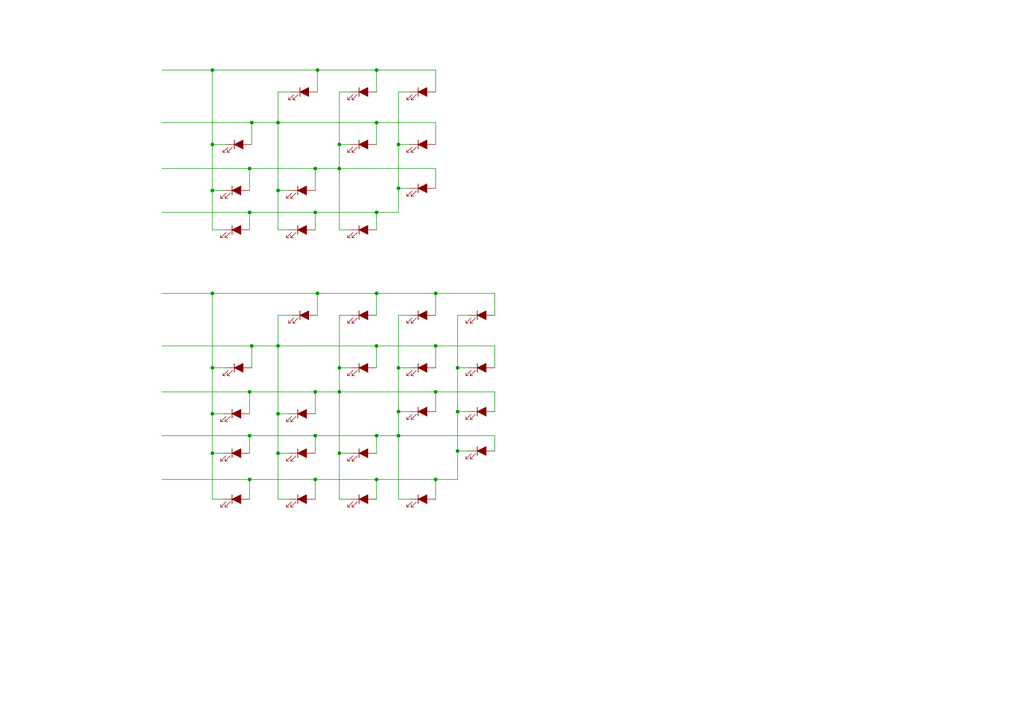
<source format=kicad_sch>
(kicad_sch (version 20230121) (generator eeschema)
  (paper "A4")
  (lib_symbols
    (symbol "chplx-rescue:LED_ALT-Device" (pin_numbers hide) (pin_names (offset 1.016) hide)
      (property "Reference" "D" (at 0 2.54 0))
      (property "Value" "Device_LED_ALT" (at 0 -2.54 0))
      (symbol "LED_ALT-Device_0_1"
        (polyline (pts (xy -1.27 -1.27) (xy -1.27 1.27)) (stroke (width 0.2032)))
        (polyline (pts (xy -1.27 0) (xy 1.27 0)))
        (polyline (pts (xy 1.27 -1.27) (xy 1.27 1.27) (xy -1.27 0) (xy 1.27 -1.27)) (stroke (width 0.2032)) (fill (type outline)))
        (polyline (pts (xy -3.048 -0.762) (xy -4.572 -2.286) (xy -3.81 -2.286) (xy -4.572 -2.286) (xy -4.572 -1.524)))
        (polyline (pts (xy -1.778 -0.762) (xy -3.302 -2.286) (xy -2.54 -2.286) (xy -3.302 -2.286) (xy -3.302 -1.524)))
      )
      (symbol "LED_ALT-Device_1_1"
        (pin passive line (at -3.81 0 0) (length 2.54) (name "K") (number "1"))
        (pin passive line (at 3.81 0 180) (length 2.54) (name "A") (number "2"))
      )
    )
  )
  (junction (at 98.425 41.91))
  (junction (at 61.595 55.245))
  (junction (at 109.22 85.09))
  (junction (at 92.075 85.09))
  (junction (at 61.595 20.32))
  (junction (at 132.715 119.38))
  (junction (at 80.645 131.445))
  (junction (at 91.44 113.665))
  (junction (at 115.57 41.91))
  (junction (at 61.595 85.09))
  (junction (at 72.39 48.895))
  (junction (at 80.645 120.015))
  (junction (at 126.365 113.665))
  (junction (at 109.22 100.33))
  (junction (at 115.57 54.61))
  (junction (at 91.44 61.595))
  (junction (at 126.365 85.09))
  (junction (at 72.39 61.595))
  (junction (at 115.57 119.38))
  (junction (at 91.44 126.365))
  (junction (at 61.595 120.015))
  (junction (at 80.645 55.245))
  (junction (at 109.22 126.365))
  (junction (at 92.075 20.32))
  (junction (at 73.025 100.33))
  (junction (at 73.025 35.56))
  (junction (at 109.22 61.595))
  (junction (at 72.39 113.665))
  (junction (at 61.595 41.91))
  (junction (at 109.22 20.32))
  (junction (at 98.425 113.665))
  (junction (at 80.645 100.33))
  (junction (at 115.57 126.365))
  (junction (at 115.57 106.68))
  (junction (at 91.44 48.895))
  (junction (at 98.425 106.68))
  (junction (at 98.425 48.895))
  (junction (at 109.22 139.065))
  (junction (at 61.595 106.68))
  (junction (at 72.39 139.065))
  (junction (at 61.595 131.445))
  (junction (at 80.645 35.56))
  (junction (at 98.425 131.445))
  (junction (at 132.715 106.68))
  (junction (at 126.365 139.065))
  (junction (at 72.39 126.365))
  (junction (at 126.365 100.33))
  (junction (at 109.22 35.56))
  (junction (at 132.715 130.81))
  (junction (at 91.44 139.065))
  (wire (pts (xy 46.99 61.595) (xy 72.39 61.595)))
  (wire (pts (xy 61.595 85.09) (xy 92.075 85.09)))
  (wire (pts (xy 132.715 91.44) (xy 132.715 106.68)))
  (wire (pts (xy 109.22 144.78) (xy 109.22 139.065)))
  (wire (pts (xy 80.645 100.33) (xy 109.22 100.33)))
  (wire (pts (xy 72.39 61.595) (xy 91.44 61.595)))
  (wire (pts (xy 84.455 26.67) (xy 80.645 26.67)))
  (wire (pts (xy 126.365 91.44) (xy 126.365 85.09)))
  (wire (pts (xy 143.51 91.44) (xy 143.51 85.09)))
  (wire (pts (xy 64.77 131.445) (xy 61.595 131.445)))
  (wire (pts (xy 92.075 91.44) (xy 92.075 85.09)))
  (wire (pts (xy 98.425 26.67) (xy 98.425 41.91)))
  (wire (pts (xy 61.595 106.68) (xy 61.595 120.015)))
  (wire (pts (xy 92.075 20.32) (xy 109.22 20.32)))
  (wire (pts (xy 126.365 41.91) (xy 126.365 35.56)))
  (wire (pts (xy 132.715 106.68) (xy 132.715 119.38)))
  (wire (pts (xy 80.645 35.56) (xy 109.22 35.56)))
  (wire (pts (xy 115.57 54.61) (xy 115.57 61.595)))
  (wire (pts (xy 101.6 66.675) (xy 98.425 66.675)))
  (wire (pts (xy 126.365 119.38) (xy 126.365 113.665)))
  (wire (pts (xy 83.82 131.445) (xy 80.645 131.445)))
  (wire (pts (xy 80.645 120.015) (xy 80.645 131.445)))
  (wire (pts (xy 61.595 144.78) (xy 61.595 131.445)))
  (wire (pts (xy 101.6 91.44) (xy 98.425 91.44)))
  (wire (pts (xy 61.595 85.09) (xy 61.595 106.68)))
  (wire (pts (xy 115.57 144.78) (xy 115.57 126.365)))
  (wire (pts (xy 46.99 85.09) (xy 61.595 85.09)))
  (wire (pts (xy 98.425 91.44) (xy 98.425 106.68)))
  (wire (pts (xy 115.57 126.365) (xy 143.51 126.365)))
  (wire (pts (xy 64.77 120.015) (xy 61.595 120.015)))
  (wire (pts (xy 83.82 55.245) (xy 80.645 55.245)))
  (wire (pts (xy 109.22 61.595) (xy 115.57 61.595)))
  (wire (pts (xy 91.44 61.595) (xy 109.22 61.595)))
  (wire (pts (xy 65.405 106.68) (xy 61.595 106.68)))
  (wire (pts (xy 80.645 35.56) (xy 80.645 55.245)))
  (wire (pts (xy 143.51 106.68) (xy 143.51 100.33)))
  (wire (pts (xy 109.22 139.065) (xy 126.365 139.065)))
  (wire (pts (xy 91.44 126.365) (xy 109.22 126.365)))
  (wire (pts (xy 101.6 41.91) (xy 98.425 41.91)))
  (wire (pts (xy 91.44 120.015) (xy 91.44 113.665)))
  (wire (pts (xy 126.365 113.665) (xy 143.51 113.665)))
  (wire (pts (xy 118.745 91.44) (xy 115.57 91.44)))
  (wire (pts (xy 72.39 120.015) (xy 72.39 113.665)))
  (wire (pts (xy 46.99 48.895) (xy 72.39 48.895)))
  (wire (pts (xy 118.745 144.78) (xy 115.57 144.78)))
  (wire (pts (xy 126.365 100.33) (xy 143.51 100.33)))
  (wire (pts (xy 143.51 119.38) (xy 143.51 113.665)))
  (wire (pts (xy 72.39 144.78) (xy 72.39 139.065)))
  (wire (pts (xy 101.6 26.67) (xy 98.425 26.67)))
  (wire (pts (xy 126.365 139.065) (xy 132.715 139.065)))
  (wire (pts (xy 109.22 26.67) (xy 109.22 20.32)))
  (wire (pts (xy 80.645 100.33) (xy 80.645 120.015)))
  (wire (pts (xy 98.425 113.665) (xy 98.425 131.445)))
  (wire (pts (xy 143.51 130.81) (xy 143.51 126.365)))
  (wire (pts (xy 64.77 66.675) (xy 61.595 66.675)))
  (wire (pts (xy 65.405 41.91) (xy 61.595 41.91)))
  (wire (pts (xy 91.44 55.245) (xy 91.44 48.895)))
  (wire (pts (xy 126.365 85.09) (xy 143.51 85.09)))
  (wire (pts (xy 80.645 26.67) (xy 80.645 35.56)))
  (wire (pts (xy 109.22 91.44) (xy 109.22 85.09)))
  (wire (pts (xy 72.39 126.365) (xy 91.44 126.365)))
  (wire (pts (xy 118.745 106.68) (xy 115.57 106.68)))
  (wire (pts (xy 61.595 120.015) (xy 61.595 131.445)))
  (wire (pts (xy 72.39 131.445) (xy 72.39 126.365)))
  (wire (pts (xy 72.39 48.895) (xy 91.44 48.895)))
  (wire (pts (xy 126.365 54.61) (xy 126.365 48.895)))
  (wire (pts (xy 64.77 144.78) (xy 61.595 144.78)))
  (wire (pts (xy 109.22 100.33) (xy 126.365 100.33)))
  (wire (pts (xy 73.025 106.68) (xy 73.025 100.33)))
  (wire (pts (xy 91.44 48.895) (xy 98.425 48.895)))
  (wire (pts (xy 46.99 126.365) (xy 72.39 126.365)))
  (wire (pts (xy 98.425 113.665) (xy 126.365 113.665)))
  (wire (pts (xy 92.075 26.67) (xy 92.075 20.32)))
  (wire (pts (xy 126.365 144.78) (xy 126.365 139.065)))
  (wire (pts (xy 61.595 20.32) (xy 61.595 41.91)))
  (wire (pts (xy 83.82 66.675) (xy 80.645 66.675)))
  (wire (pts (xy 73.025 41.91) (xy 73.025 35.56)))
  (wire (pts (xy 109.22 85.09) (xy 126.365 85.09)))
  (wire (pts (xy 109.22 20.32) (xy 126.365 20.32)))
  (wire (pts (xy 118.745 119.38) (xy 115.57 119.38)))
  (wire (pts (xy 132.715 130.81) (xy 132.715 139.065)))
  (wire (pts (xy 72.39 139.065) (xy 46.99 139.065)))
  (wire (pts (xy 80.645 144.78) (xy 80.645 131.445)))
  (wire (pts (xy 83.82 120.015) (xy 80.645 120.015)))
  (wire (pts (xy 46.99 100.33) (xy 73.025 100.33)))
  (wire (pts (xy 109.22 41.91) (xy 109.22 35.56)))
  (wire (pts (xy 109.22 139.065) (xy 91.44 139.065)))
  (wire (pts (xy 61.595 41.91) (xy 61.595 55.245)))
  (wire (pts (xy 72.39 113.665) (xy 91.44 113.665)))
  (wire (pts (xy 109.22 106.68) (xy 109.22 100.33)))
  (wire (pts (xy 126.365 26.67) (xy 126.365 20.32)))
  (wire (pts (xy 80.645 55.245) (xy 80.645 66.675)))
  (wire (pts (xy 91.44 131.445) (xy 91.44 126.365)))
  (wire (pts (xy 115.57 91.44) (xy 115.57 106.68)))
  (wire (pts (xy 84.455 91.44) (xy 80.645 91.44)))
  (wire (pts (xy 126.365 106.68) (xy 126.365 100.33)))
  (wire (pts (xy 115.57 119.38) (xy 115.57 126.365)))
  (wire (pts (xy 64.77 55.245) (xy 61.595 55.245)))
  (wire (pts (xy 115.57 106.68) (xy 115.57 119.38)))
  (wire (pts (xy 61.595 55.245) (xy 61.595 66.675)))
  (wire (pts (xy 91.44 139.065) (xy 72.39 139.065)))
  (wire (pts (xy 46.99 20.32) (xy 61.595 20.32)))
  (wire (pts (xy 80.645 91.44) (xy 80.645 100.33)))
  (wire (pts (xy 98.425 144.78) (xy 98.425 131.445)))
  (wire (pts (xy 73.025 100.33) (xy 80.645 100.33)))
  (wire (pts (xy 115.57 26.67) (xy 115.57 41.91)))
  (wire (pts (xy 92.075 85.09) (xy 109.22 85.09)))
  (wire (pts (xy 98.425 106.68) (xy 98.425 113.665)))
  (wire (pts (xy 109.22 66.675) (xy 109.22 61.595)))
  (wire (pts (xy 118.745 41.91) (xy 115.57 41.91)))
  (wire (pts (xy 98.425 48.895) (xy 98.425 66.675)))
  (wire (pts (xy 72.39 66.675) (xy 72.39 61.595)))
  (wire (pts (xy 46.99 113.665) (xy 72.39 113.665)))
  (wire (pts (xy 83.82 144.78) (xy 80.645 144.78)))
  (wire (pts (xy 135.89 130.81) (xy 132.715 130.81)))
  (wire (pts (xy 101.6 131.445) (xy 98.425 131.445)))
  (wire (pts (xy 72.39 55.245) (xy 72.39 48.895)))
  (wire (pts (xy 61.595 20.32) (xy 92.075 20.32)))
  (wire (pts (xy 118.745 26.67) (xy 115.57 26.67)))
  (wire (pts (xy 91.44 113.665) (xy 98.425 113.665)))
  (wire (pts (xy 91.44 66.675) (xy 91.44 61.595)))
  (wire (pts (xy 118.745 54.61) (xy 115.57 54.61)))
  (wire (pts (xy 46.99 35.56) (xy 73.025 35.56)))
  (wire (pts (xy 98.425 48.895) (xy 126.365 48.895)))
  (wire (pts (xy 101.6 144.78) (xy 98.425 144.78)))
  (wire (pts (xy 109.22 35.56) (xy 126.365 35.56)))
  (wire (pts (xy 115.57 41.91) (xy 115.57 54.61)))
  (wire (pts (xy 132.715 119.38) (xy 132.715 130.81)))
  (wire (pts (xy 98.425 41.91) (xy 98.425 48.895)))
  (wire (pts (xy 101.6 106.68) (xy 98.425 106.68)))
  (wire (pts (xy 135.89 106.68) (xy 132.715 106.68)))
  (wire (pts (xy 91.44 144.78) (xy 91.44 139.065)))
  (wire (pts (xy 109.22 126.365) (xy 115.57 126.365)))
  (wire (pts (xy 73.025 35.56) (xy 80.645 35.56)))
  (wire (pts (xy 135.89 119.38) (xy 132.715 119.38)))
  (wire (pts (xy 135.89 91.44) (xy 132.715 91.44)))
  (wire (pts (xy 109.22 131.445) (xy 109.22 126.365)))
  (symbol (lib_id "chplx-rescue:LED_ALT-Device") (at 69.215 41.91 0) (unit 1)
    (property "Reference" "D?" (effects hide))
    (property "Value" "LED_ALT" (effects hide))
  )
  (symbol (lib_id "chplx-rescue:LED_ALT-Device") (at 68.58 55.245 0) (unit 1)
    (property "Reference" "D?" (effects hide))
    (property "Value" "LED_ALT" (effects hide))
  )
  (symbol (lib_id "chplx-rescue:LED_ALT-Device") (at 68.58 66.675 0) (unit 1)
    (property "Reference" "D?" (effects hide))
    (property "Value" "LED_ALT" (effects hide))
  )
  (symbol (lib_id "chplx-rescue:LED_ALT-Device") (at 88.265 26.67 0) (unit 1)
    (property "Reference" "D?" (effects hide))
    (property "Value" "LED_ALT" (effects hide))
  )
  (symbol (lib_id "chplx-rescue:LED_ALT-Device") (at 87.63 55.245 0) (unit 1)
    (property "Reference" "D?" (effects hide))
    (property "Value" "LED_ALT" (effects hide))
  )
  (symbol (lib_id "chplx-rescue:LED_ALT-Device") (at 87.63 66.675 0) (unit 1)
    (property "Reference" "D?" (effects hide))
    (property "Value" "LED_ALT" (effects hide))
  )
  (symbol (lib_id "chplx-rescue:LED_ALT-Device") (at 105.41 26.67 0) (unit 1)
    (property "Reference" "D?" (effects hide))
    (property "Value" "LED_ALT" (effects hide))
  )
  (symbol (lib_id "chplx-rescue:LED_ALT-Device") (at 105.41 41.91 0) (unit 1)
    (property "Reference" "D?" (effects hide))
    (property "Value" "LED_ALT" (effects hide))
  )
  (symbol (lib_id "chplx-rescue:LED_ALT-Device") (at 105.41 66.675 0) (unit 1)
    (property "Reference" "D?" (effects hide))
    (property "Value" "LED_ALT" (effects hide))
  )
  (symbol (lib_id "chplx-rescue:LED_ALT-Device") (at 122.555 26.67 0) (unit 1)
    (property "Reference" "D?" (effects hide))
    (property "Value" "LED_ALT" (effects hide))
  )
  (symbol (lib_id "chplx-rescue:LED_ALT-Device") (at 122.555 41.91 0) (unit 1)
    (property "Reference" "D?" (effects hide))
    (property "Value" "LED_ALT" (effects hide))
  )
  (symbol (lib_id "chplx-rescue:LED_ALT-Device") (at 122.555 54.61 0) (unit 1)
    (property "Reference" "D?" (effects hide))
    (property "Value" "LED_ALT" (effects hide))
  )
  (symbol (lib_id "chplx-rescue:LED_ALT-Device") (at 69.215 106.68 0) (unit 1)
    (property "Reference" "D?" (effects hide))
    (property "Value" "LED_ALT" (effects hide))
  )
  (symbol (lib_id "chplx-rescue:LED_ALT-Device") (at 68.58 120.015 0) (unit 1)
    (property "Reference" "D?" (effects hide))
    (property "Value" "LED_ALT" (effects hide))
  )
  (symbol (lib_id "chplx-rescue:LED_ALT-Device") (at 68.58 131.445 0) (unit 1)
    (property "Reference" "D?" (effects hide))
    (property "Value" "LED_ALT" (effects hide))
  )
  (symbol (lib_id "chplx-rescue:LED_ALT-Device") (at 88.265 91.44 0) (unit 1)
    (property "Reference" "D?" (effects hide))
    (property "Value" "LED_ALT" (effects hide))
  )
  (symbol (lib_id "chplx-rescue:LED_ALT-Device") (at 87.63 120.015 0) (unit 1)
    (property "Reference" "D?" (effects hide))
    (property "Value" "LED_ALT" (effects hide))
  )
  (symbol (lib_id "chplx-rescue:LED_ALT-Device") (at 87.63 131.445 0) (unit 1)
    (property "Reference" "D?" (effects hide))
    (property "Value" "LED_ALT" (effects hide))
  )
  (symbol (lib_id "chplx-rescue:LED_ALT-Device") (at 105.41 91.44 0) (unit 1)
    (property "Reference" "D?" (effects hide))
    (property "Value" "LED_ALT" (effects hide))
  )
  (symbol (lib_id "chplx-rescue:LED_ALT-Device") (at 105.41 106.68 0) (unit 1)
    (property "Reference" "D?" (effects hide))
    (property "Value" "LED_ALT" (effects hide))
  )
  (symbol (lib_id "chplx-rescue:LED_ALT-Device") (at 105.41 131.445 0) (unit 1)
    (property "Reference" "D?" (effects hide))
    (property "Value" "LED_ALT" (effects hide))
  )
  (symbol (lib_id "chplx-rescue:LED_ALT-Device") (at 122.555 91.44 0) (unit 1)
    (property "Reference" "D?" (effects hide))
    (property "Value" "LED_ALT" (effects hide))
  )
  (symbol (lib_id "chplx-rescue:LED_ALT-Device") (at 122.555 106.68 0) (unit 1)
    (property "Reference" "D?" (effects hide))
    (property "Value" "LED_ALT" (effects hide))
  )
  (symbol (lib_id "chplx-rescue:LED_ALT-Device") (at 122.555 119.38 0) (unit 1)
    (property "Reference" "D?" (effects hide))
    (property "Value" "LED_ALT" (effects hide))
  )
  (symbol (lib_id "chplx-rescue:LED_ALT-Device") (at 68.58 144.78 0) (unit 1)
    (property "Reference" "D?" (effects hide))
    (property "Value" "LED_ALT" (effects hide))
  )
  (symbol (lib_id "chplx-rescue:LED_ALT-Device") (at 87.63 144.78 0) (unit 1)
    (property "Reference" "D?" (effects hide))
    (property "Value" "LED_ALT" (effects hide))
  )
  (symbol (lib_id "chplx-rescue:LED_ALT-Device") (at 105.41 144.78 0) (unit 1)
    (property "Reference" "D?" (effects hide))
    (property "Value" "LED_ALT" (effects hide))
  )
  (symbol (lib_id "chplx-rescue:LED_ALT-Device") (at 122.555 144.78 0) (unit 1)
    (property "Reference" "D?" (effects hide))
    (property "Value" "LED_ALT" (effects hide))
  )
  (symbol (lib_id "chplx-rescue:LED_ALT-Device") (at 139.7 91.44 0) (unit 1)
    (property "Reference" "D?" (effects hide))
    (property "Value" "LED_ALT" (effects hide))
  )
  (symbol (lib_id "chplx-rescue:LED_ALT-Device") (at 139.7 106.68 0) (unit 1)
    (property "Reference" "D?" (effects hide))
    (property "Value" "LED_ALT" (effects hide))
  )
  (symbol (lib_id "chplx-rescue:LED_ALT-Device") (at 139.7 119.38 0) (unit 1)
    (property "Reference" "D?" (effects hide))
    (property "Value" "LED_ALT" (effects hide))
  )
  (symbol (lib_id "chplx-rescue:LED_ALT-Device") (at 139.7 130.81 0) (unit 1)
    (property "Reference" "D?" (effects hide))
    (property "Value" "LED_ALT" (effects hide))
  )
)
</source>
